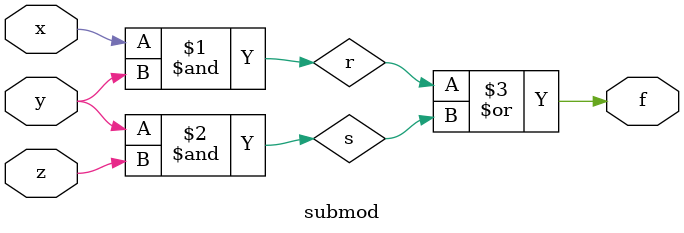
<source format=v>
module submod(x,y,z,f);
    input x,y,z;
    output f;
    and g1(r,x,y);
    and g2(s,y,z);
    or g3(f,r,s);
endmodule
</source>
